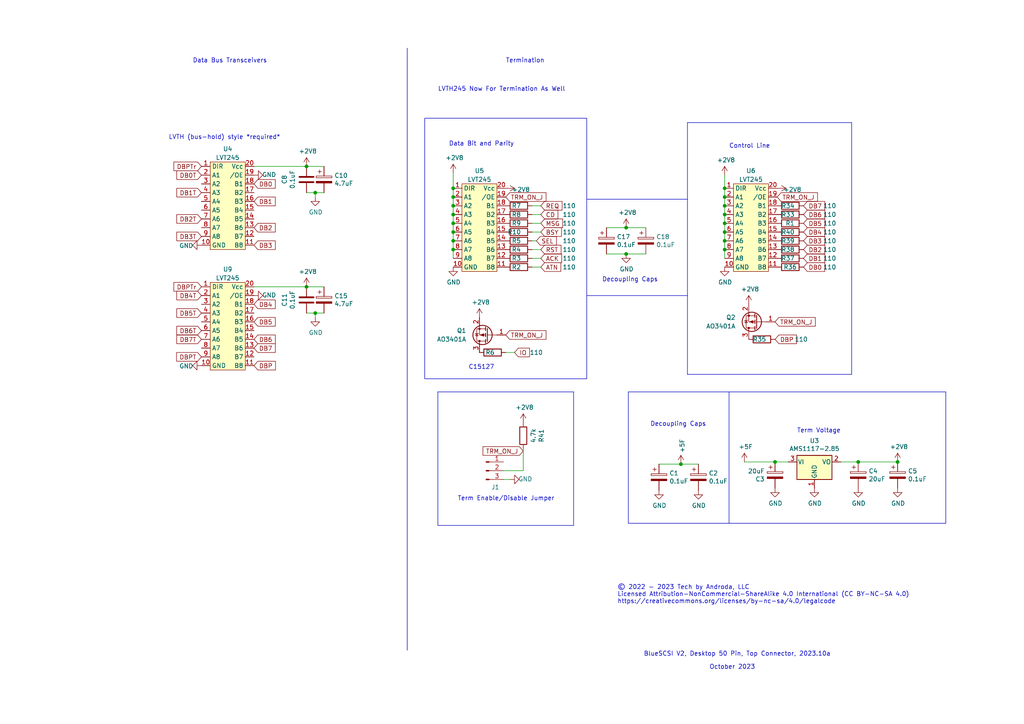
<source format=kicad_sch>
(kicad_sch (version 20230121) (generator eeschema)
  (paper "A4")
  (lib_symbols
    (symbol "Connector:Conn_01x03_Male" (pin_names (offset 1.016) hide)
      (property "Reference" "J" (at 0 5.08 0))
      (property "Value" "Conn_01x03_Male" (at 0 -5.08 0))
      (symbol "Conn_01x03_Male_1_1"
        (polyline (pts (xy 1.27 -2.54) (xy 0.8636 -2.54)) (stroke (width 0.1524)))
        (polyline (pts (xy 1.27 0) (xy 0.8636 0)) (stroke (width 0.1524)))
        (polyline (pts (xy 1.27 2.54) (xy 0.8636 2.54)) (stroke (width 0.1524)))
        (rectangle (start 0.8636 -2.413) (end 0 -2.667) (stroke (width 0.1524)) (fill (type outline)))
        (rectangle (start 0.8636 0.127) (end 0 -0.127) (stroke (width 0.1524)) (fill (type outline)))
        (rectangle (start 0.8636 2.667) (end 0 2.413) (stroke (width 0.1524)) (fill (type outline)))
        (pin passive line (at 5.08 2.54 180) (length 3.81) (name "Pin_1") (number "1"))
        (pin passive line (at 5.08 0 180) (length 3.81) (name "Pin_2") (number "2"))
        (pin passive line (at 5.08 -2.54 180) (length 3.81) (name "Pin_3") (number "3"))
      )
    )
    (symbol "Device:C" (pin_numbers hide) (pin_names (offset 0.254))
      (property "Reference" "C" (at 0.635 2.54 0))
      (property "Value" "C" (at 0.635 -2.54 0))
      (symbol "C_0_1"
        (polyline (pts (xy -2.032 -0.762) (xy 2.032 -0.762)) (stroke (width 0.508)))
        (polyline (pts (xy -2.032 0.762) (xy 2.032 0.762)) (stroke (width 0.508)))
      )
      (symbol "C_1_1"
        (pin passive line (at 0 3.81 270) (length 2.794) (name "~") (number "1"))
        (pin passive line (at 0 -3.81 90) (length 2.794) (name "~") (number "2"))
      )
    )
    (symbol "Device:CP" (pin_numbers hide) (pin_names (offset 0.254))
      (property "Reference" "C" (at 0.635 2.54 0))
      (property "Value" "Device_CP" (at 0.635 -2.54 0))
      (symbol "CP_0_1"
        (rectangle (start -2.286 0.508) (end 2.286 1.016))
        (polyline (pts (xy -1.778 2.286) (xy -0.762 2.286)))
        (polyline (pts (xy -1.27 2.794) (xy -1.27 1.778)))
        (rectangle (start 2.286 -0.508) (end -2.286 -1.016) (fill (type outline)))
      )
      (symbol "CP_1_1"
        (pin passive line (at 0 3.81 270) (length 2.794) (name "~") (number "1"))
        (pin passive line (at 0 -3.81 90) (length 2.794) (name "~") (number "2"))
      )
    )
    (symbol "Device:R" (pin_numbers hide) (pin_names (offset 0))
      (property "Reference" "R" (at 2.032 0 90))
      (property "Value" "R" (at 0 0 90))
      (symbol "R_0_1"
        (rectangle (start -1.016 -2.54) (end 1.016 2.54) (stroke (width 0.254)))
      )
      (symbol "R_1_1"
        (pin passive line (at 0 3.81 270) (length 1.27) (name "~") (number "1"))
        (pin passive line (at 0 -3.81 90) (length 1.27) (name "~") (number "2"))
      )
    )
    (symbol "New_Library:LVT245"
      (property "Reference" "U" (at 0 0 0))
      (property "Value" "LVT245" (at 0 2.54 0))
      (symbol "LVT245_0_1"
        (rectangle (start 5.08 -2.54) (end -5.08 -27.94) (fill (type background)))
      )
      (symbol "LVT245_1_1"
        (pin input line (at -7.62 -3.81 0) (length 2.54) (name "DIR") (number "1"))
        (pin input line (at -7.62 -26.67 0) (length 2.54) (name "GND") (number "10"))
        (pin input line (at 7.62 -26.67 180) (length 2.54) (name "B8") (number "11"))
        (pin input line (at 7.62 -24.13 180) (length 2.54) (name "B7") (number "12"))
        (pin input line (at 7.62 -21.59 180) (length 2.54) (name "B6") (number "13"))
        (pin input line (at 7.62 -19.05 180) (length 2.54) (name "B5") (number "14"))
        (pin input line (at 7.62 -16.51 180) (length 2.54) (name "B4") (number "15"))
        (pin input line (at 7.62 -13.97 180) (length 2.54) (name "B3") (number "16"))
        (pin input line (at 7.62 -11.43 180) (length 2.54) (name "B2") (number "17"))
        (pin input line (at 7.62 -8.89 180) (length 2.54) (name "B1") (number "18"))
        (pin input line (at 7.62 -6.35 180) (length 2.54) (name "/OE") (number "19"))
        (pin input line (at -7.62 -6.35 0) (length 2.54) (name "A1") (number "2"))
        (pin input line (at 7.62 -3.81 180) (length 2.54) (name "Vcc") (number "20"))
        (pin input line (at -7.62 -8.89 0) (length 2.54) (name "A2") (number "3"))
        (pin input line (at -7.62 -11.43 0) (length 2.54) (name "A3") (number "4"))
        (pin input line (at -7.62 -13.97 0) (length 2.54) (name "A4") (number "5"))
        (pin input line (at -7.62 -16.51 0) (length 2.54) (name "A5") (number "6"))
        (pin input line (at -7.62 -19.05 0) (length 2.54) (name "A6") (number "7"))
        (pin input line (at -7.62 -21.59 0) (length 2.54) (name "A7") (number "8"))
        (pin input line (at -7.62 -24.13 0) (length 2.54) (name "A8") (number "9"))
      )
    )
    (symbol "Regulator_Linear:AMS1117CD-2.85" (pin_names (offset 0.254))
      (property "Reference" "U" (at -3.81 3.175 0))
      (property "Value" "AMS1117CD-2.85" (at 0 3.175 0))
      (symbol "AMS1117CD-2.85_0_1"
        (rectangle (start -5.08 -5.08) (end 5.08 1.905) (stroke (width 0.254)) (fill (type background)))
      )
      (symbol "AMS1117CD-2.85_1_1"
        (pin power_in line (at 0 -7.62 90) (length 2.54) (name "GND") (number "1"))
        (pin power_out line (at 7.62 0 180) (length 2.54) (name "VO") (number "2"))
        (pin power_in line (at -7.62 0 0) (length 2.54) (name "VI") (number "3"))
      )
    )
    (symbol "Transistor_FET:AO3401A" (pin_names hide)
      (property "Reference" "Q" (at 5.08 1.905 0))
      (property "Value" "AO3401A" (at 5.08 0 0))
      (symbol "AO3401A_0_1"
        (polyline (pts (xy 0.254 0) (xy -2.54 0)))
        (polyline (pts (xy 0.254 1.905) (xy 0.254 -1.905)) (stroke (width 0.254)))
        (polyline (pts (xy 0.762 -1.27) (xy 0.762 -2.286)) (stroke (width 0.254)))
        (polyline (pts (xy 0.762 0.508) (xy 0.762 -0.508)) (stroke (width 0.254)))
        (polyline (pts (xy 0.762 2.286) (xy 0.762 1.27)) (stroke (width 0.254)))
        (polyline (pts (xy 2.54 2.54) (xy 2.54 1.778)))
        (polyline (pts (xy 2.54 -2.54) (xy 2.54 0) (xy 0.762 0)))
        (polyline (pts (xy 0.762 1.778) (xy 3.302 1.778) (xy 3.302 -1.778) (xy 0.762 -1.778)))
        (polyline (pts (xy 2.286 0) (xy 1.27 0.381) (xy 1.27 -0.381) (xy 2.286 0)) (fill (type outline)))
        (polyline (pts (xy 2.794 -0.508) (xy 2.921 -0.381) (xy 3.683 -0.381) (xy 3.81 -0.254)))
        (polyline (pts (xy 3.302 -0.381) (xy 2.921 0.254) (xy 3.683 0.254) (xy 3.302 -0.381)))
        (circle (center 1.651 0) (radius 2.794) (stroke (width 0.254)))
        (circle (center 2.54 -1.778) (radius 0.254) (fill (type outline)))
        (circle (center 2.54 1.778) (radius 0.254) (fill (type outline)))
      )
      (symbol "AO3401A_1_1"
        (pin input line (at -5.08 0 0) (length 2.54) (name "G") (number "1"))
        (pin passive line (at 2.54 -5.08 90) (length 2.54) (name "S") (number "2"))
        (pin passive line (at 2.54 5.08 270) (length 2.54) (name "D") (number "3"))
      )
    )
    (symbol "power:+2V8" (power) (pin_names (offset 0))
      (property "Value" "+2V8" (at 0 3.556 0))
      (symbol "+2V8_0_1"
        (polyline (pts (xy -0.762 1.27) (xy 0 2.54)))
        (polyline (pts (xy 0 0) (xy 0 2.54)))
        (polyline (pts (xy 0 2.54) (xy 0.762 1.27)))
      )
      (symbol "+2V8_1_1"
        (pin power_in line (at 0 0 90) (length 0) hide (name "+2V8") (number "1"))
      )
    )
    (symbol "power:+5F" (power) (pin_names (offset 0))
      (property "Value" "+5F" (at 0 3.556 0))
      (symbol "+5F_0_1"
        (polyline (pts (xy -0.762 1.27) (xy 0 2.54)))
        (polyline (pts (xy 0 0) (xy 0 2.54)))
        (polyline (pts (xy 0 2.54) (xy 0.762 1.27)))
      )
      (symbol "+5F_1_1"
        (pin power_in line (at 0 0 90) (length 0) hide (name "+5F") (number "1"))
      )
    )
    (symbol "power:GND" (power) (pin_names (offset 0))
      (property "Value" "GND" (at 0 -3.81 0))
      (symbol "GND_0_1"
        (polyline (pts (xy 0 0) (xy 0 -1.27) (xy 1.27 -1.27) (xy 0 -2.54) (xy -1.27 -1.27) (xy 0 -1.27)))
      )
      (symbol "GND_1_1"
        (pin power_in line (at 0 0 270) (length 0) hide (name "GND") (number "1"))
      )
    )
  )
  (junction (at 131.445 69.85))
  (junction (at 131.445 54.61))
  (junction (at 131.445 57.15))
  (junction (at 210.185 64.77))
  (junction (at 210.185 72.39))
  (junction (at 131.445 67.31))
  (junction (at 88.9 83.185))
  (junction (at 131.445 64.77))
  (junction (at 131.445 59.69))
  (junction (at 210.185 57.15))
  (junction (at 210.185 62.23))
  (junction (at 91.44 90.805))
  (junction (at 131.445 62.23))
  (junction (at 91.44 55.88))
  (junction (at 210.185 59.69))
  (junction (at 210.185 69.85))
  (junction (at 224.79 133.985))
  (junction (at 210.185 67.31))
  (junction (at 260.35 133.985))
  (junction (at 131.445 72.39))
  (junction (at 181.61 73.66))
  (junction (at 181.61 66.04))
  (junction (at 210.185 54.61))
  (junction (at 197.485 134.62))
  (junction (at 248.92 133.985))
  (junction (at 88.9 48.26))
  (wire (pts (xy 210.185 64.77) (xy 210.185 67.31)))
  (wire (pts (xy 197.485 134.62) (xy 202.565 134.62)))
  (wire (pts (xy 248.92 133.985) (xy 260.35 133.985)))
  (wire (pts (xy 175.895 73.66) (xy 181.61 73.66)))
  (wire (pts (xy 146.05 136.525) (xy 151.765 136.525)))
  (wire (pts (xy 210.185 67.31) (xy 210.185 69.85)))
  (wire (pts (xy 91.44 90.805) (xy 91.44 92.075)))
  (polyline (pts (xy 170.18 85.725) (xy 199.39 85.725)))
  (wire (pts (xy 243.84 133.985) (xy 248.92 133.985)))
  (wire (pts (xy 210.185 50.8) (xy 210.185 54.61)))
  (wire (pts (xy 210.185 72.39) (xy 210.185 74.93)))
  (polyline (pts (xy 118.11 13.97) (xy 118.11 188.595)))
  (wire (pts (xy 73.66 48.26) (xy 88.9 48.26)))
  (polyline (pts (xy 123.19 34.29) (xy 170.18 34.29)))
  (wire (pts (xy 156.845 67.31) (xy 154.305 67.31)))
  (polyline (pts (xy 182.245 113.665) (xy 182.245 151.765)))
  (polyline (pts (xy 199.39 35.56) (xy 247.015 35.56)))
  (polyline (pts (xy 123.19 109.855) (xy 170.18 109.855)))
  (wire (pts (xy 154.305 72.39) (xy 156.845 72.39)))
  (wire (pts (xy 131.445 64.77) (xy 131.445 67.31)))
  (wire (pts (xy 146.05 139.065) (xy 147.955 139.065)))
  (wire (pts (xy 73.66 83.185) (xy 88.9 83.185)))
  (wire (pts (xy 181.61 73.66) (xy 187.325 73.66)))
  (polyline (pts (xy 170.18 109.855) (xy 170.18 34.29)))
  (wire (pts (xy 154.305 59.69) (xy 156.845 59.69)))
  (wire (pts (xy 131.445 59.69) (xy 131.445 62.23)))
  (wire (pts (xy 88.9 48.26) (xy 93.98 48.26)))
  (wire (pts (xy 131.445 72.39) (xy 131.445 74.93)))
  (polyline (pts (xy 127 113.665) (xy 127 152.4)))
  (wire (pts (xy 154.305 62.23) (xy 156.845 62.23)))
  (polyline (pts (xy 211.455 113.665) (xy 211.455 151.765)))
  (wire (pts (xy 156.845 64.77) (xy 154.305 64.77)))
  (wire (pts (xy 88.9 83.185) (xy 93.98 83.185)))
  (polyline (pts (xy 166.37 152.4) (xy 166.37 113.665)))
  (polyline (pts (xy 170.18 57.785) (xy 199.39 57.785)))
  (wire (pts (xy 91.44 55.88) (xy 91.44 57.15)))
  (wire (pts (xy 210.185 62.23) (xy 210.185 64.77)))
  (wire (pts (xy 131.445 62.23) (xy 131.445 64.77)))
  (wire (pts (xy 131.445 50.165) (xy 131.445 54.61)))
  (wire (pts (xy 210.185 59.69) (xy 210.185 62.23)))
  (wire (pts (xy 210.185 54.61) (xy 210.185 57.15)))
  (polyline (pts (xy 247.015 108.585) (xy 247.015 35.56)))
  (polyline (pts (xy 182.245 113.665) (xy 274.32 113.665)))
  (wire (pts (xy 215.9 133.985) (xy 224.79 133.985)))
  (wire (pts (xy 175.895 66.04) (xy 181.61 66.04)))
  (wire (pts (xy 154.305 77.47) (xy 156.845 77.47)))
  (wire (pts (xy 91.44 55.88) (xy 93.98 55.88)))
  (wire (pts (xy 181.61 66.04) (xy 187.325 66.04)))
  (wire (pts (xy 149.225 102.235) (xy 146.685 102.235)))
  (polyline (pts (xy 274.32 113.665) (xy 274.32 151.765)))
  (wire (pts (xy 156.845 74.93) (xy 154.305 74.93)))
  (wire (pts (xy 131.445 69.85) (xy 131.445 72.39)))
  (polyline (pts (xy 199.39 108.585) (xy 247.015 108.585)))
  (polyline (pts (xy 123.19 34.29) (xy 123.19 109.855)))
  (wire (pts (xy 210.185 57.15) (xy 210.185 59.69)))
  (wire (pts (xy 88.9 55.88) (xy 91.44 55.88)))
  (wire (pts (xy 131.445 54.61) (xy 131.445 57.15)))
  (wire (pts (xy 210.185 69.85) (xy 210.185 72.39)))
  (wire (pts (xy 191.135 134.62) (xy 197.485 134.62)))
  (wire (pts (xy 131.445 57.15) (xy 131.445 59.69)))
  (wire (pts (xy 224.79 133.985) (xy 228.6 133.985)))
  (wire (pts (xy 154.305 69.85) (xy 155.575 69.85)))
  (wire (pts (xy 131.445 67.31) (xy 131.445 69.85)))
  (polyline (pts (xy 127 113.665) (xy 166.37 113.665)))
  (polyline (pts (xy 127 152.4) (xy 166.37 152.4)))
  (polyline (pts (xy 199.39 35.56) (xy 199.39 108.585)))
  (wire (pts (xy 91.44 90.805) (xy 93.98 90.805)))
  (wire (pts (xy 151.765 136.525) (xy 151.765 130.175)))
  (wire (pts (xy 88.9 90.805) (xy 91.44 90.805)))
  (polyline (pts (xy 274.32 151.765) (xy 182.245 151.765)))
  (text "Data Bus Transceivers" (at 55.88 18.415 0) (effects (font (size 1.27 1.27)) (justify left bottom)))
  (text "C15127" (at 135.89 107.315 0) (effects (font (size 1.27 1.27)) (justify left bottom)))
  (text "Control Line" (at 211.455 43.18 0) (effects (font (size 1.27 1.27)) (justify left bottom)))
  (text "Decoupling Caps" (at 188.595 123.825 0) (effects (font (size 1.27 1.27)) (justify left bottom)))
  (text "October 2023" (at 205.74 194.31 0) (effects (font (size 1.27 1.27)) (justify left bottom)))
  (text "Data Bit and Parity" (at 130.175 42.545 0) (effects (font (size 1.27 1.27)) (justify left bottom)))
  (text "© 2022 - 2023 Tech by Androda, LLC\nLicensed Attribution-NonCommercial-ShareAlike 4.0 International (CC BY-NC-SA 4.0)\nhttps://creativecommons.org/licenses/by-nc-sa/4.0/legalcode" (at 179.07 175.26 0) (effects (font (size 1.27 1.27)) (justify left bottom)))
  (text "BlueSCSI V2, Desktop 50 Pin, Top Connector, 2023.10a" (at 186.69 190.5 0) (effects (font (size 1.27 1.27)) (justify left bottom)))
  (text "Termination" (at 146.685 18.415 0) (effects (font (size 1.27 1.27)) (justify left bottom)))
  (text "Term Voltage" (at 231.14 125.73 0) (effects (font (size 1.27 1.27)) (justify left bottom)))
  (text "Term Enable/Disable Jumper" (at 132.715 145.415 0) (effects (font (size 1.27 1.27)) (justify left bottom)))
  (text "Decoupling Caps" (at 174.625 81.915 0) (effects (font (size 1.27 1.27)) (justify left bottom)))
  (text "LVTH245 Now For Termination As Well" (at 127 26.67 0) (effects (font (size 1.27 1.27)) (justify left bottom)))
  (text "LVTH (bus-hold) style *required*" (at 48.895 40.64 0) (effects (font (size 1.27 1.27)) (justify left bottom)))
  (global_label "DB3T" (shape input) (at 58.42 68.58 180) (property "Intersheetrefs" "${INTERSHEET_REFS}" (effects hide)))
  (global_label "TRM_ON_J" (shape input) (at 151.765 130.81 180) (property "Intersheetrefs" "${INTERSHEET_REFS}" (effects hide)))
  (global_label "DB1" (shape input) (at 233.045 74.93 0) (property "Intersheetrefs" "${INTERSHEET_REFS}" (effects hide)))
  (global_label "TRM_ON_J" (shape input) (at 225.425 57.15 0) (property "Intersheetrefs" "${INTERSHEET_REFS}" (effects hide)))
  (global_label "DBPTr" (shape input) (at 58.42 83.185 180) (property "Intersheetrefs" "${INTERSHEET_REFS}" (effects hide)))
  (global_label "DB7" (shape input) (at 73.66 100.965 0) (property "Intersheetrefs" "${INTERSHEET_REFS}" (effects hide)))
  (global_label "DBPTr" (shape input) (at 58.42 48.26 180) (property "Intersheetrefs" "${INTERSHEET_REFS}" (effects hide)))
  (global_label "DB5T" (shape input) (at 58.42 90.805 180) (property "Intersheetrefs" "${INTERSHEET_REFS}" (effects hide)))
  (global_label "DB2" (shape input) (at 73.66 66.04 0) (property "Intersheetrefs" "${INTERSHEET_REFS}" (effects hide)))
  (global_label "CD" (shape input) (at 156.845 62.23 0) (property "Intersheetrefs" "${INTERSHEET_REFS}" (effects hide)))
  (global_label "TRM_ON_J" (shape input) (at 146.685 97.155 0) (property "Intersheetrefs" "${INTERSHEET_REFS}" (effects hide)))
  (global_label "DBP" (shape input) (at 224.79 98.425 0) (property "Intersheetrefs" "${INTERSHEET_REFS}" (effects hide)))
  (global_label "DB6T" (shape input) (at 58.42 95.885 180) (property "Intersheetrefs" "${INTERSHEET_REFS}" (effects hide)))
  (global_label "DB7T" (shape input) (at 58.42 98.425 180) (property "Intersheetrefs" "${INTERSHEET_REFS}" (effects hide)))
  (global_label "DB0T" (shape input) (at 58.42 50.8 180) (property "Intersheetrefs" "${INTERSHEET_REFS}" (effects hide)))
  (global_label "DB0" (shape input) (at 73.66 53.34 0) (property "Intersheetrefs" "${INTERSHEET_REFS}" (effects hide)))
  (global_label "DB7" (shape input) (at 233.045 59.69 0) (property "Intersheetrefs" "${INTERSHEET_REFS}" (effects hide)))
  (global_label "ATN" (shape input) (at 156.845 77.47 0) (property "Intersheetrefs" "${INTERSHEET_REFS}" (effects hide)))
  (global_label "RST" (shape input) (at 156.845 72.39 0) (property "Intersheetrefs" "${INTERSHEET_REFS}" (effects hide)))
  (global_label "DB3" (shape input) (at 73.66 71.12 0) (property "Intersheetrefs" "${INTERSHEET_REFS}" (effects hide)))
  (global_label "DB5" (shape input) (at 73.66 93.345 0) (property "Intersheetrefs" "${INTERSHEET_REFS}" (effects hide)))
  (global_label "TRM_ON_J" (shape input) (at 224.79 93.345 0) (property "Intersheetrefs" "${INTERSHEET_REFS}" (effects hide)))
  (global_label "ACK" (shape input) (at 156.845 74.93 0) (property "Intersheetrefs" "${INTERSHEET_REFS}" (effects hide)))
  (global_label "DB2T" (shape input) (at 58.42 63.5 180) (property "Intersheetrefs" "${INTERSHEET_REFS}" (effects hide)))
  (global_label "MSG" (shape input) (at 156.845 64.77 0) (property "Intersheetrefs" "${INTERSHEET_REFS}" (effects hide)))
  (global_label "REQ" (shape input) (at 156.845 59.69 0) (property "Intersheetrefs" "${INTERSHEET_REFS}" (effects hide)))
  (global_label "IO" (shape input) (at 149.225 102.235 0) (property "Intersheetrefs" "${INTERSHEET_REFS}" (effects hide)))
  (global_label "DB5" (shape input) (at 233.045 64.77 0) (property "Intersheetrefs" "${INTERSHEET_REFS}" (effects hide)))
  (global_label "DB0" (shape input) (at 233.045 77.47 0) (property "Intersheetrefs" "${INTERSHEET_REFS}" (effects hide)))
  (global_label "DB1T" (shape input) (at 58.42 55.88 180) (property "Intersheetrefs" "${INTERSHEET_REFS}" (effects hide)))
  (global_label "DB6" (shape input) (at 233.045 62.23 0) (property "Intersheetrefs" "${INTERSHEET_REFS}" (effects hide)))
  (global_label "DB3" (shape input) (at 233.045 69.85 0) (property "Intersheetrefs" "${INTERSHEET_REFS}" (effects hide)))
  (global_label "DBPT" (shape input) (at 58.42 103.505 180) (property "Intersheetrefs" "${INTERSHEET_REFS}" (effects hide)))
  (global_label "TRM_ON_J" (shape input) (at 146.685 57.15 0) (property "Intersheetrefs" "${INTERSHEET_REFS}" (effects hide)))
  (global_label "SEL" (shape input) (at 155.575 69.85 0) (property "Intersheetrefs" "${INTERSHEET_REFS}" (effects hide)))
  (global_label "DB4" (shape input) (at 73.66 88.265 0) (property "Intersheetrefs" "${INTERSHEET_REFS}" (effects hide)))
  (global_label "DB2" (shape input) (at 233.045 72.39 0) (property "Intersheetrefs" "${INTERSHEET_REFS}" (effects hide)))
  (global_label "DB6" (shape input) (at 73.66 98.425 0) (property "Intersheetrefs" "${INTERSHEET_REFS}" (effects hide)))
  (global_label "BSY" (shape input) (at 156.845 67.31 0) (property "Intersheetrefs" "${INTERSHEET_REFS}" (effects hide)))
  (global_label "DB4T" (shape input) (at 58.42 85.725 180) (property "Intersheetrefs" "${INTERSHEET_REFS}" (effects hide)))
  (global_label "DBP" (shape input) (at 73.66 106.045 0) (property "Intersheetrefs" "${INTERSHEET_REFS}" (effects hide)))
  (global_label "DB4" (shape input) (at 233.045 67.31 0) (property "Intersheetrefs" "${INTERSHEET_REFS}" (effects hide)))
  (global_label "DB1" (shape input) (at 73.66 58.42 0) (property "Intersheetrefs" "${INTERSHEET_REFS}" (effects hide)))
  (symbol (lib_id "Device:CP") (at 260.35 137.795 0) (unit 1)
    (property "Reference" "C5" (at 263.3472 136.6266 0) (effects (justify left)))
    (property "Value" "0.1uF" (at 263.3472 138.938 0) (effects (justify left)))
    (property "Footprint" "Capacitor_SMD:C_0805_2012Metric_Pad1.15x1.40mm_HandSolder" (effects hide))
  )
  (symbol (lib_id "power:GND") (at 147.955 139.065 90) (unit 1)
    (property "Reference" "#PWR04" (effects hide))
    (property "Value" "GND" (at 152.3492 138.938 90))
  )
  (symbol (lib_id "New_Library:LVT245") (at 217.805 50.8 0) (unit 1)
    (property "Reference" "U6" (at 217.805 49.53 0))
    (property "Value" "LVT245" (at 217.805 52.07 0))
    (property "Footprint" "Package_SO:TSSOP-20_4.4x6.5mm_P0.65mm" (effects hide))
  )
  (symbol (lib_id "New_Library:LVT245") (at 139.065 50.8 0) (unit 1)
    (property "Reference" "U5" (at 139.065 49.53 0))
    (property "Value" "LVT245" (at 139.065 52.07 0))
    (property "Footprint" "Package_SO:TSSOP-20_4.4x6.5mm_P0.65mm" (effects hide))
  )
  (symbol (lib_id "power:GND") (at 181.61 73.66 0) (unit 1)
    (property "Reference" "#PWR054" (effects hide))
    (property "Value" "GND" (at 181.737 78.0542 0))
  )
  (symbol (lib_id "power:+2V8") (at 225.425 54.61 270) (unit 1)
    (property "Reference" "#PWR0109" (effects hide))
    (property "Value" "+2V8" (at 229.8192 54.991 90))
  )
  (symbol (lib_id "New_Library:LVT245") (at 66.04 44.45 0) (unit 1)
    (property "Reference" "U4" (at 66.04 43.18 0))
    (property "Value" "LVT245" (at 66.04 45.72 0))
    (property "Footprint" "Package_SO:TSSOP-20_4.4x6.5mm_P0.65mm" (effects hide))
  )
  (symbol (lib_id "Device:C") (at 88.9 52.07 0) (unit 1)
    (property "Reference" "C8" (at 82.4992 52.07 90))
    (property "Value" "0.1uF" (at 84.8106 52.07 90))
    (property "Footprint" "Capacitor_SMD:C_0805_2012Metric_Pad1.18x1.45mm_HandSolder" (effects hide))
  )
  (symbol (lib_id "Device:CP") (at 191.135 138.43 0) (unit 1)
    (property "Reference" "C1" (at 194.1322 137.2616 0) (effects (justify left)))
    (property "Value" "0.1uF" (at 194.1322 139.573 0) (effects (justify left)))
    (property "Footprint" "Capacitor_SMD:C_0805_2012Metric_Pad1.15x1.40mm_HandSolder" (effects hide))
  )
  (symbol (lib_id "Device:R") (at 229.235 69.85 90) (mirror x) (unit 1)
    (property "Reference" "R39" (at 230.505 69.85 90) (effects (justify left)))
    (property "Value" "110" (at 242.57 69.85 90) (effects (justify left)))
    (property "Footprint" "Resistor_SMD:R_0603_1608Metric_Pad0.98x0.95mm_HandSolder" (effects hide))
  )
  (symbol (lib_id "power:+2V8") (at 151.765 122.555 0) (unit 1)
    (property "Reference" "#PWR058" (effects hide))
    (property "Value" "+2V8" (at 152.146 118.1608 0))
  )
  (symbol (lib_id "power:+5F") (at 197.485 134.62 0) (unit 1)
    (property "Reference" "#PWR0116" (effects hide))
    (property "Value" "+5F" (at 197.866 131.3688 90) (effects (justify left)))
  )
  (symbol (lib_id "Regulator_Linear:AMS1117CD-2.85") (at 236.22 133.985 0) (unit 1)
    (property "Reference" "U3" (at 236.22 127.8382 0))
    (property "Value" "AMS1117-2.85" (at 236.22 130.1496 0))
    (property "Footprint" "Package_TO_SOT_SMD:SOT-223-3_TabPin2" (effects hide))
    (property "Datasheet" "http://www.advanced-monolithic.com/pdf/ds1117.pdf" (effects hide))
  )
  (symbol (lib_id "power:GND") (at 191.135 142.24 0) (unit 1)
    (property "Reference" "#PWR03" (effects hide))
    (property "Value" "GND" (at 191.262 146.6342 0))
  )
  (symbol (lib_id "Transistor_FET:AO3401A") (at 141.605 97.155 180) (unit 1)
    (property "Reference" "Q1" (at 135.255 95.8849 0) (effects (justify left)))
    (property "Value" "AO3401A" (at 135.255 98.4249 0) (effects (justify left)))
    (property "Footprint" "Package_TO_SOT_SMD:SOT-23" (effects hide))
    (property "Datasheet" "http://www.aosmd.com/pdfs/datasheet/AO3401A.pdf" (effects hide))
  )
  (symbol (lib_id "power:GND") (at 58.42 106.045 270) (unit 1)
    (property "Reference" "#PWR011" (effects hide))
    (property "Value" "GND" (at 54.0258 106.172 90))
  )
  (symbol (lib_id "power:GND") (at 224.79 141.605 0) (unit 1)
    (property "Reference" "#PWR07" (effects hide))
    (property "Value" "GND" (at 224.917 145.9992 0))
  )
  (symbol (lib_id "power:GND") (at 91.44 57.15 0) (unit 1)
    (property "Reference" "#PWR010" (effects hide))
    (property "Value" "GND" (at 91.567 61.5442 0))
  )
  (symbol (lib_id "Device:CP") (at 224.79 137.795 0) (unit 1)
    (property "Reference" "C3" (at 221.7928 138.9634 0) (effects (justify right)))
    (property "Value" "20uF" (at 221.7928 136.652 0) (effects (justify right)))
    (property "Footprint" "Capacitor_SMD:C_1206_3216Metric_Pad1.42x1.75mm_HandSolder" (effects hide))
  )
  (symbol (lib_id "power:GND") (at 248.92 141.605 0) (unit 1)
    (property "Reference" "#PWR013" (effects hide))
    (property "Value" "GND" (at 249.047 145.9992 0))
  )
  (symbol (lib_id "Device:R") (at 229.235 59.69 90) (unit 1)
    (property "Reference" "R34" (at 230.505 59.69 90) (effects (justify left)))
    (property "Value" "110" (at 242.57 59.69 90) (effects (justify left)))
    (property "Footprint" "Resistor_SMD:R_0603_1608Metric_Pad0.98x0.95mm_HandSolder" (effects hide))
  )
  (symbol (lib_id "Device:R") (at 150.495 77.47 90) (unit 1)
    (property "Reference" "R2" (at 151.13 77.47 90) (effects (justify left)))
    (property "Value" "110" (at 167.005 77.47 90) (effects (justify left)))
    (property "Footprint" "Resistor_SMD:R_0603_1608Metric_Pad0.98x0.95mm_HandSolder" (effects hide))
  )
  (symbol (lib_id "Device:R") (at 150.495 69.85 90) (mirror x) (unit 1)
    (property "Reference" "R5" (at 151.13 69.85 90) (effects (justify left)))
    (property "Value" "110" (at 167.005 69.85 90) (effects (justify left)))
    (property "Footprint" "Resistor_SMD:R_0603_1608Metric_Pad0.98x0.95mm_HandSolder" (effects hide))
  )
  (symbol (lib_id "power:GND") (at 236.22 141.605 0) (unit 1)
    (property "Reference" "#PWR012" (effects hide))
    (property "Value" "GND" (at 236.347 145.9992 0))
  )
  (symbol (lib_id "power:+5F") (at 215.9 133.985 0) (unit 1)
    (property "Reference" "#PWR06" (effects hide))
    (property "Value" "+5F" (at 216.281 129.5908 0))
  )
  (symbol (lib_id "Device:CP") (at 202.565 138.43 0) (unit 1)
    (property "Reference" "C2" (at 205.5622 137.2616 0) (effects (justify left)))
    (property "Value" "0.1uF" (at 205.5622 139.573 0) (effects (justify left)))
    (property "Footprint" "Capacitor_SMD:C_0805_2012Metric_Pad1.15x1.40mm_HandSolder" (effects hide))
  )
  (symbol (lib_id "power:GND") (at 91.44 92.075 0) (unit 1)
    (property "Reference" "#PWR022" (effects hide))
    (property "Value" "GND" (at 91.567 96.4692 0))
  )
  (symbol (lib_id "Device:R") (at 151.765 126.365 180) (unit 1)
    (property "Reference" "R41" (at 157.0228 126.365 90))
    (property "Value" "4.7k" (at 154.7114 126.365 90))
    (property "Footprint" "Resistor_SMD:R_0603_1608Metric_Pad0.98x0.95mm_HandSolder" (effects hide))
  )
  (symbol (lib_id "power:GND") (at 131.445 77.47 0) (unit 1)
    (property "Reference" "#PWR028" (effects hide))
    (property "Value" "GND" (at 131.572 81.8642 0))
  )
  (symbol (lib_id "power:+2V8") (at 139.065 92.075 0) (unit 1)
    (property "Reference" "#PWR031" (effects hide))
    (property "Value" "+2V8" (at 139.446 87.6808 0))
  )
  (symbol (lib_id "power:+2V8") (at 131.445 50.165 0) (unit 1)
    (property "Reference" "#PWR024" (effects hide))
    (property "Value" "+2V8" (at 131.826 45.7708 0))
  )
  (symbol (lib_id "Device:CP") (at 93.98 52.07 0) (unit 1)
    (property "Reference" "C10" (at 96.9772 50.9016 0) (effects (justify left)))
    (property "Value" "4.7uF" (at 96.9772 53.213 0) (effects (justify left)))
    (property "Footprint" "Capacitor_SMD:C_0805_2012Metric_Pad1.18x1.45mm_HandSolder" (effects hide))
  )
  (symbol (lib_id "Device:R") (at 150.495 74.93 90) (unit 1)
    (property "Reference" "R3" (at 151.13 74.93 90) (effects (justify left)))
    (property "Value" "110" (at 167.005 74.93 90) (effects (justify left)))
    (property "Footprint" "Resistor_SMD:R_0603_1608Metric_Pad0.98x0.95mm_HandSolder" (effects hide))
  )
  (symbol (lib_id "power:GND") (at 210.185 77.47 0) (unit 1)
    (property "Reference" "#PWR034" (effects hide))
    (property "Value" "GND" (at 210.312 81.8642 0))
  )
  (symbol (lib_id "power:+2V8") (at 88.9 83.185 0) (unit 1)
    (property "Reference" "#PWR021" (effects hide))
    (property "Value" "+2V8" (at 89.281 78.7908 0))
  )
  (symbol (lib_id "Device:R") (at 229.235 62.23 90) (unit 1)
    (property "Reference" "R33" (at 230.505 62.23 90) (effects (justify left)))
    (property "Value" "110" (at 242.57 62.23 90) (effects (justify left)))
    (property "Footprint" "Resistor_SMD:R_0603_1608Metric_Pad0.98x0.95mm_HandSolder" (effects hide))
  )
  (symbol (lib_id "power:+2V8") (at 210.185 50.8 0) (unit 1)
    (property "Reference" "#PWR033" (effects hide))
    (property "Value" "+2V8" (at 210.566 46.4058 0))
  )
  (symbol (lib_id "Device:CP") (at 175.895 69.85 0) (unit 1)
    (property "Reference" "C17" (at 178.8922 68.6816 0) (effects (justify left)))
    (property "Value" "0.1uF" (at 178.8922 70.993 0) (effects (justify left)))
    (property "Footprint" "Capacitor_SMD:C_0805_2012Metric" (effects hide))
  )
  (symbol (lib_id "Transistor_FET:AO3401A") (at 219.71 93.345 180) (unit 1)
    (property "Reference" "Q2" (at 213.36 92.0749 0) (effects (justify left)))
    (property "Value" "AO3401A" (at 213.36 94.6149 0) (effects (justify left)))
    (property "Footprint" "Package_TO_SOT_SMD:SOT-23" (effects hide))
    (property "Datasheet" "http://www.aosmd.com/pdfs/datasheet/AO3401A.pdf" (effects hide))
  )
  (symbol (lib_id "power:+2V8") (at 217.17 88.265 0) (unit 1)
    (property "Reference" "#PWR039" (effects hide))
    (property "Value" "+2V8" (at 217.551 83.8708 0))
  )
  (symbol (lib_id "Device:R") (at 142.875 102.235 90) (unit 1)
    (property "Reference" "R6" (at 143.51 102.235 90) (effects (justify left)))
    (property "Value" "110" (at 157.48 102.235 90) (effects (justify left)))
    (property "Footprint" "Resistor_SMD:R_0603_1608Metric_Pad0.98x0.95mm_HandSolder" (effects hide))
  )
  (symbol (lib_id "Device:CP") (at 187.325 69.85 0) (unit 1)
    (property "Reference" "C18" (at 190.3222 68.6816 0) (effects (justify left)))
    (property "Value" "0.1uF" (at 190.3222 70.993 0) (effects (justify left)))
    (property "Footprint" "Capacitor_SMD:C_0805_2012Metric" (effects hide))
  )
  (symbol (lib_id "Device:R") (at 229.235 72.39 90) (mirror x) (unit 1)
    (property "Reference" "R38" (at 230.505 72.39 90) (effects (justify left)))
    (property "Value" "110" (at 242.57 72.39 90) (effects (justify left)))
    (property "Footprint" "Resistor_SMD:R_0603_1608Metric_Pad0.98x0.95mm_HandSolder" (effects hide))
  )
  (symbol (lib_id "Device:R") (at 150.495 64.77 90) (unit 1)
    (property "Reference" "R9" (at 151.13 64.77 90) (effects (justify left)))
    (property "Value" "110" (at 167.005 64.77 90) (effects (justify left)))
    (property "Footprint" "Resistor_SMD:R_0603_1608Metric_Pad0.98x0.95mm_HandSolder" (effects hide))
  )
  (symbol (lib_id "power:GND") (at 202.565 142.24 0) (unit 1)
    (property "Reference" "#PWR05" (effects hide))
    (property "Value" "GND" (at 202.692 146.6342 0))
  )
  (symbol (lib_id "power:+2V8") (at 260.35 133.985 0) (unit 1)
    (property "Reference" "#PWR015" (effects hide))
    (property "Value" "+2V8" (at 260.731 129.5908 0))
  )
  (symbol (lib_id "Device:R") (at 150.495 59.69 90) (unit 1)
    (property "Reference" "R7" (at 151.13 59.69 90) (effects (justify left)))
    (property "Value" "110" (at 167.005 59.69 90) (effects (justify left)))
    (property "Footprint" "Resistor_SMD:R_0603_1608Metric_Pad0.98x0.95mm_HandSolder" (effects hide))
  )
  (symbol (lib_id "power:GND") (at 260.35 141.605 0) (unit 1)
    (property "Reference" "#PWR016" (effects hide))
    (property "Value" "GND" (at 260.477 145.9992 0))
  )
  (symbol (lib_id "power:GND") (at 73.66 85.725 90) (unit 1)
    (property "Reference" "#PWR020" (effects hide))
    (property "Value" "GND" (at 78.0542 85.598 90))
  )
  (symbol (lib_id "Device:R") (at 220.98 98.425 90) (unit 1)
    (property "Reference" "R35" (at 222.25 98.425 90) (effects (justify left)))
    (property "Value" "110" (at 234.315 98.425 90) (effects (justify left)))
    (property "Footprint" "Resistor_SMD:R_0603_1608Metric_Pad0.98x0.95mm_HandSolder" (effects hide))
  )
  (symbol (lib_id "Device:R") (at 150.495 62.23 90) (unit 1)
    (property "Reference" "R8" (at 151.13 62.23 90) (effects (justify left)))
    (property "Value" "110" (at 167.005 62.23 90) (effects (justify left)))
    (property "Footprint" "Resistor_SMD:R_0603_1608Metric_Pad0.98x0.95mm_HandSolder" (effects hide))
  )
  (symbol (lib_id "Device:CP") (at 93.98 86.995 0) (unit 1)
    (property "Reference" "C15" (at 96.9772 85.8266 0) (effects (justify left)))
    (property "Value" "4.7uF" (at 96.9772 88.138 0) (effects (justify left)))
    (property "Footprint" "Capacitor_SMD:C_0805_2012Metric_Pad1.18x1.45mm_HandSolder" (effects hide))
  )
  (symbol (lib_id "Device:C") (at 88.9 86.995 0) (unit 1)
    (property "Reference" "C11" (at 82.4992 86.995 90))
    (property "Value" "0.1uF" (at 84.8106 86.995 90))
    (property "Footprint" "Capacitor_SMD:C_0805_2012Metric_Pad1.18x1.45mm_HandSolder" (effects hide))
  )
  (symbol (lib_id "Device:R") (at 229.235 74.93 90) (mirror x) (unit 1)
    (property "Reference" "R37" (at 230.505 74.93 90) (effects (justify left)))
    (property "Value" "110" (at 242.57 74.93 90) (effects (justify left)))
    (property "Footprint" "Resistor_SMD:R_0603_1608Metric_Pad0.98x0.95mm_HandSolder" (effects hide))
  )
  (symbol (lib_id "Device:R") (at 229.235 77.47 90) (mirror x) (unit 1)
    (property "Reference" "R36" (at 231.14 77.47 90) (effects (justify left)))
    (property "Value" "110" (at 242.57 77.47 90) (effects (justify left)))
    (property "Footprint" "Resistor_SMD:R_0603_1608Metric_Pad0.98x0.95mm_HandSolder" (effects hide))
  )
  (symbol (lib_id "New_Library:LVT245") (at 66.04 79.375 0) (unit 1)
    (property "Reference" "U9" (at 66.04 78.105 0))
    (property "Value" "LVT245" (at 66.04 80.645 0))
    (property "Footprint" "Package_SO:TSSOP-20_4.4x6.5mm_P0.65mm" (effects hide))
  )
  (symbol (lib_id "power:GND") (at 73.66 50.8 90) (unit 1)
    (property "Reference" "#PWR08" (effects hide))
    (property "Value" "GND" (at 78.0542 50.673 90))
  )
  (symbol (lib_id "power:+2V8") (at 146.685 54.61 270) (unit 1)
    (property "Reference" "#PWR0110" (effects hide))
    (property "Value" "+2V8" (at 151.0792 54.991 90))
  )
  (symbol (lib_id "power:+2V8") (at 181.61 66.04 0) (unit 1)
    (property "Reference" "#PWR053" (effects hide))
    (property "Value" "+2V8" (at 181.991 61.6458 0))
  )
  (symbol (lib_id "Device:R") (at 229.235 67.31 90) (unit 1)
    (property "Reference" "R40" (at 230.505 67.31 90) (effects (justify left)))
    (property "Value" "110" (at 242.57 67.31 90) (effects (justify left)))
    (property "Footprint" "Resistor_SMD:R_0603_1608Metric_Pad0.98x0.95mm_HandSolder" (effects hide))
  )
  (symbol (lib_id "Connector:Conn_01x03_Male") (at 140.97 136.525 0) (unit 1)
    (property "Reference" "J1" (at 144.8816 141.3002 0) (effects (justify right)))
    (property "Value" "Conn_01x03_Male" (effects hide))
    (property "Footprint" "Connector_PinHeader_2.54mm:PinHeader_1x03_P2.54mm_Vertical" (effects hide))
  )
  (symbol (lib_id "Device:R") (at 229.235 64.77 90) (unit 1)
    (property "Reference" "R1" (at 230.505 64.77 90) (effects (justify left)))
    (property "Value" "110" (at 242.57 64.77 90) (effects (justify left)))
    (property "Footprint" "Resistor_SMD:R_0603_1608Metric_Pad0.98x0.95mm_HandSolder" (effects hide))
  )
  (symbol (lib_id "Device:CP") (at 248.92 137.795 0) (unit 1)
    (property "Reference" "C4" (at 251.9172 136.6266 0) (effects (justify left)))
    (property "Value" "20uF" (at 251.9172 138.938 0) (effects (justify left)))
    (property "Footprint" "Capacitor_SMD:C_1206_3216Metric_Pad1.42x1.75mm_HandSolder" (effects hide))
  )
  (symbol (lib_id "Device:R") (at 150.495 67.31 90) (unit 1)
    (property "Reference" "R10" (at 151.13 67.31 90) (effects (justify left)))
    (property "Value" "110" (at 167.005 67.31 90) (effects (justify left)))
    (property "Footprint" "Resistor_SMD:R_0603_1608Metric_Pad0.98x0.95mm_HandSolder" (effects hide))
  )
  (symbol (lib_id "Device:R") (at 150.495 72.39 90) (mirror x) (unit 1)
    (property "Reference" "R4" (at 151.13 72.39 90) (effects (justify left)))
    (property "Value" "110" (at 167.005 72.39 90) (effects (justify left)))
    (property "Footprint" "Resistor_SMD:R_0603_1608Metric_Pad0.98x0.95mm_HandSolder" (effects hide))
  )
  (symbol (lib_id "power:+2V8") (at 88.9 48.26 0) (unit 1)
    (property "Reference" "#PWR09" (effects hide))
    (property "Value" "+2V8" (at 89.281 43.8658 0))
  )
  (symbol (lib_id "power:GND") (at 58.42 71.12 270) (unit 1)
    (property "Reference" "#PWR02" (effects hide))
    (property "Value" "GND" (at 54.0258 71.247 90))
  )
)
</source>
